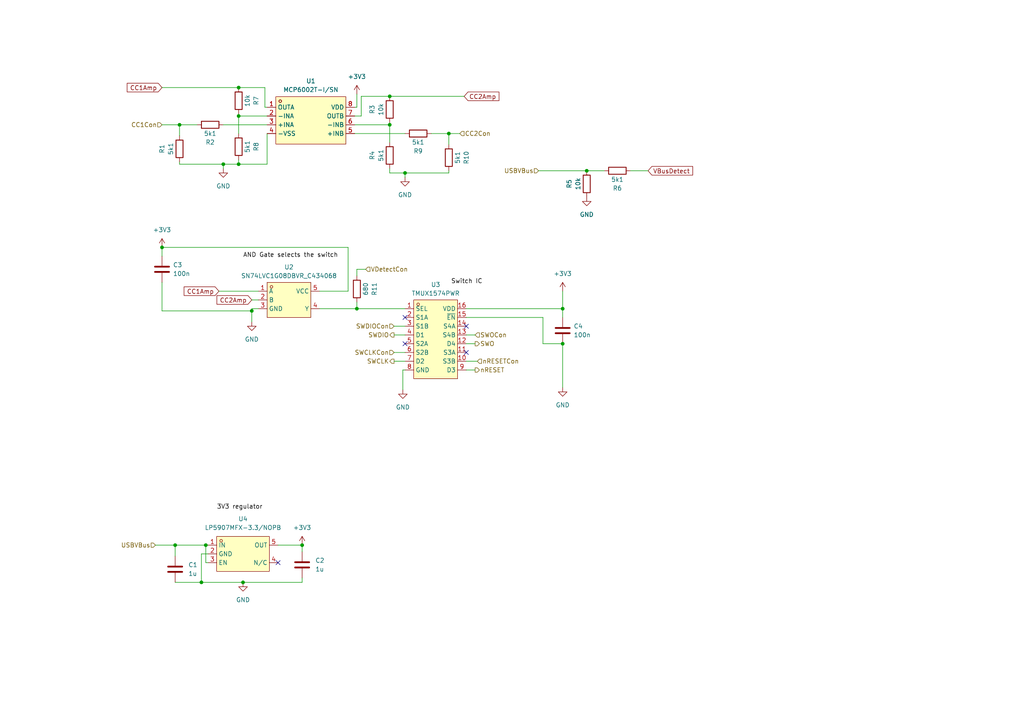
<source format=kicad_sch>
(kicad_sch (version 20230121) (generator eeschema)
  (paper "A4")
  (lib_symbols
    (symbol "Device:C" (pin_numbers hide) (pin_names (offset 0.254))
      (property "Reference" "C" (at 0.635 2.54 0))
      (property "Value" "C" (at 0.635 -2.54 0))
      (symbol "C_0_1"
        (polyline (pts (xy -2.032 -0.762) (xy 2.032 -0.762)) (stroke (width 0.508)))
        (polyline (pts (xy -2.032 0.762) (xy 2.032 0.762)) (stroke (width 0.508)))
      )
      (symbol "C_1_1"
        (pin passive line (at 0 3.81 270) (length 2.794) (name "~") (number "1"))
        (pin passive line (at 0 -3.81 90) (length 2.794) (name "~") (number "2"))
      )
    )
    (symbol "Device:R" (pin_numbers hide) (pin_names (offset 0))
      (property "Reference" "R" (at 2.032 0 90))
      (property "Value" "R" (at 0 0 90))
      (symbol "R_0_1"
        (rectangle (start -1.016 -2.54) (end 1.016 2.54) (stroke (width 0.254)))
      )
      (symbol "R_1_1"
        (pin passive line (at 0 3.81 270) (length 1.27) (name "~") (number "1"))
        (pin passive line (at 0 -3.81 90) (length 1.27) (name "~") (number "2"))
      )
    )
    (symbol "easyeda2kicad:LP5907MFX-3.3_NOPB"
      (property "Reference" "U" (at 0 7.62 0))
      (property "Value" "LP5907MFX-3.3/NOPB" (at 0 -7.62 0))
      (symbol "LP5907MFX-3.3_NOPB_0_1"
        (rectangle (start -7.62 5.08) (end 7.62 -5.08) (fill (type background)))
        (circle (center -6.35 3.81) (radius 0.38))
        (pin unspecified line (at -10.16 2.54 0) (length 2.54) (name "IN") (number "1"))
        (pin unspecified line (at -10.16 0 0) (length 2.54) (name "GND") (number "2"))
        (pin unspecified line (at -10.16 -2.54 0) (length 2.54) (name "EN") (number "3"))
        (pin unspecified line (at 10.16 -2.54 180) (length 2.54) (name "N/C") (number "4"))
        (pin unspecified line (at 10.16 2.54 180) (length 2.54) (name "OUT") (number "5"))
      )
    )
    (symbol "easyeda2kicad:MCP6002T-I_SN"
      (property "Reference" "U" (at 0 8.89 0))
      (property "Value" "MCP6002T-I/SN" (at 0 -8.89 0))
      (symbol "MCP6002T-I_SN_0_1"
        (rectangle (start -10.16 6.86) (end 10.16 -6.86) (fill (type background)))
        (circle (center -8.89 5.59) (radius 0.38))
        (circle (center -8.89 5.59) (radius 0.38))
        (pin unspecified line (at -12.7 3.81 0) (length 2.54) (name "OUTA") (number "1"))
        (pin unspecified line (at -12.7 1.27 0) (length 2.54) (name "-INA") (number "2"))
        (pin unspecified line (at -12.7 -1.27 0) (length 2.54) (name "+INA") (number "3"))
        (pin unspecified line (at -12.7 -3.81 0) (length 2.54) (name "-VSS") (number "4"))
        (pin unspecified line (at 12.7 -3.81 180) (length 2.54) (name "+INB") (number "5"))
        (pin unspecified line (at 12.7 -1.27 180) (length 2.54) (name "-INB") (number "6"))
        (pin unspecified line (at 12.7 1.27 180) (length 2.54) (name "OUTB") (number "7"))
        (pin unspecified line (at 12.7 3.81 180) (length 2.54) (name "VDD") (number "8"))
      )
    )
    (symbol "easyeda2kicad:SN74LVC1G08DBVR_C434068"
      (property "Reference" "U" (at 0 7.62 0))
      (property "Value" "SN74LVC1G08DBVR_C434068" (at 0 -7.62 0))
      (symbol "SN74LVC1G08DBVR_C434068_0_1"
        (rectangle (start -6.35 5.08) (end 6.35 -5.08) (fill (type background)))
        (circle (center -5.08 3.81) (radius 0.38))
        (pin unspecified line (at -8.89 2.54 0) (length 2.54) (name "A") (number "1"))
        (pin unspecified line (at -8.89 0 0) (length 2.54) (name "B") (number "2"))
        (pin unspecified line (at -8.89 -2.54 0) (length 2.54) (name "GND") (number "3"))
        (pin unspecified line (at 8.89 -2.54 180) (length 2.54) (name "Y") (number "4"))
        (pin unspecified line (at 8.89 2.54 180) (length 2.54) (name "VCC") (number "5"))
      )
    )
    (symbol "easyeda2kicad:TMUX1574PWR"
      (property "Reference" "U" (at 0 13.97 0))
      (property "Value" "TMUX1574PWR" (at 0 -13.97 0))
      (symbol "TMUX1574PWR_0_1"
        (rectangle (start -6.35 11.43) (end 6.35 -11.43) (fill (type background)))
        (circle (center -5.08 10.16) (radius 0.38))
        (pin unspecified line (at -8.89 8.89 0) (length 2.54) (name "SEL") (number "1"))
        (pin unspecified line (at 8.89 -6.35 180) (length 2.54) (name "S3B") (number "10"))
        (pin unspecified line (at 8.89 -3.81 180) (length 2.54) (name "S3A") (number "11"))
        (pin unspecified line (at 8.89 -1.27 180) (length 2.54) (name "D4") (number "12"))
        (pin unspecified line (at 8.89 1.27 180) (length 2.54) (name "S4B") (number "13"))
        (pin unspecified line (at 8.89 3.81 180) (length 2.54) (name "S4A") (number "14"))
        (pin unspecified line (at 8.89 6.35 180) (length 2.54) (name "~{EN}") (number "15"))
        (pin unspecified line (at 8.89 8.89 180) (length 2.54) (name "VDD") (number "16"))
        (pin unspecified line (at -8.89 6.35 0) (length 2.54) (name "S1A") (number "2"))
        (pin unspecified line (at -8.89 3.81 0) (length 2.54) (name "S1B") (number "3"))
        (pin unspecified line (at -8.89 1.27 0) (length 2.54) (name "D1") (number "4"))
        (pin unspecified line (at -8.89 -1.27 0) (length 2.54) (name "S2A") (number "5"))
        (pin unspecified line (at -8.89 -3.81 0) (length 2.54) (name "S2B") (number "6"))
        (pin unspecified line (at -8.89 -6.35 0) (length 2.54) (name "D2") (number "7"))
        (pin unspecified line (at -8.89 -8.89 0) (length 2.54) (name "GND") (number "8"))
        (pin unspecified line (at 8.89 -8.89 180) (length 2.54) (name "D3") (number "9"))
      )
    )
    (symbol "power:+3V3" (power) (pin_names (offset 0))
      (property "Value" "+3V3" (at 0 3.556 0))
      (symbol "+3V3_0_1"
        (polyline (pts (xy -0.762 1.27) (xy 0 2.54)))
        (polyline (pts (xy 0 0) (xy 0 2.54)))
        (polyline (pts (xy 0 2.54) (xy 0.762 1.27)))
      )
      (symbol "+3V3_1_1"
        (pin power_in line (at 0 0 90) (length 0) hide (name "+3V3") (number "1"))
      )
    )
    (symbol "power:GND" (power) (pin_names (offset 0))
      (property "Value" "GND" (at 0 -3.81 0))
      (symbol "GND_0_1"
        (polyline (pts (xy 0 0) (xy 0 -1.27) (xy 1.27 -1.27) (xy 0 -2.54) (xy -1.27 -1.27) (xy 0 -1.27)))
      )
      (symbol "GND_1_1"
        (pin power_in line (at 0 0 270) (length 0) hide (name "GND") (number "1"))
      )
    )
  )
  (junction (at 52.07 36.195))
  (junction (at 73.025 90.17))
  (junction (at 59.69 158.115))
  (junction (at 64.77 47.625))
  (junction (at 58.42 168.91))
  (junction (at 113.03 36.195))
  (junction (at 69.215 25.4))
  (junction (at 113.03 27.94))
  (junction (at 46.99 71.755))
  (junction (at 163.195 99.695))
  (junction (at 69.215 47.625))
  (junction (at 130.175 38.735))
  (junction (at 163.195 89.535))
  (junction (at 170.18 49.53))
  (junction (at 69.215 33.655))
  (junction (at 117.475 50.165))
  (junction (at 70.485 168.91))
  (junction (at 87.63 158.115))
  (junction (at 103.505 89.535))
  (junction (at 50.8 158.115))
  (no_connect (at 117.475 92.075))
  (no_connect (at 135.255 94.615))
  (no_connect (at 135.255 102.235))
  (no_connect (at 80.645 163.195))
  (no_connect (at 117.475 99.695))
  (wire (pts (xy 157.48 92.075) (xy 157.48 99.695)))
  (wire (pts (xy 135.255 92.075) (xy 157.48 92.075)))
  (wire (pts (xy 130.175 50.165) (xy 130.175 49.53)))
  (wire (pts (xy 58.42 160.655) (xy 58.42 168.91)))
  (wire (pts (xy 77.47 47.625) (xy 69.215 47.625)))
  (wire (pts (xy 103.505 89.535) (xy 92.71 89.535)))
  (wire (pts (xy 76.835 31.115) (xy 77.47 31.115)))
  (wire (pts (xy 103.505 80.01) (xy 103.505 78.105)))
  (wire (pts (xy 46.99 81.915) (xy 46.99 90.17)))
  (wire (pts (xy 104.775 33.655) (xy 102.87 33.655)))
  (wire (pts (xy 73.025 86.995) (xy 74.93 86.995)))
  (wire (pts (xy 100.965 71.755) (xy 46.99 71.755)))
  (wire (pts (xy 64.77 47.625) (xy 52.07 47.625)))
  (wire (pts (xy 114.3 104.775) (xy 117.475 104.775)))
  (wire (pts (xy 50.8 158.115) (xy 59.69 158.115)))
  (wire (pts (xy 103.505 31.115) (xy 102.87 31.115)))
  (wire (pts (xy 117.475 51.435) (xy 117.475 50.165)))
  (wire (pts (xy 114.3 94.615) (xy 117.475 94.615)))
  (wire (pts (xy 100.965 71.755) (xy 100.965 84.455)))
  (wire (pts (xy 70.485 168.91) (xy 87.63 168.91)))
  (wire (pts (xy 117.475 107.315) (xy 116.84 107.315)))
  (wire (pts (xy 87.63 158.115) (xy 80.645 158.115)))
  (wire (pts (xy 117.475 89.535) (xy 103.505 89.535)))
  (wire (pts (xy 45.085 158.115) (xy 50.8 158.115)))
  (wire (pts (xy 113.03 50.165) (xy 117.475 50.165)))
  (wire (pts (xy 113.03 35.56) (xy 113.03 36.195)))
  (wire (pts (xy 69.215 33.655) (xy 77.47 33.655)))
  (wire (pts (xy 103.505 78.105) (xy 106.045 78.105)))
  (wire (pts (xy 73.025 90.17) (xy 73.025 89.535)))
  (wire (pts (xy 46.99 90.17) (xy 73.025 90.17)))
  (wire (pts (xy 157.48 99.695) (xy 163.195 99.695)))
  (wire (pts (xy 64.77 48.895) (xy 64.77 47.625)))
  (wire (pts (xy 77.47 36.195) (xy 64.77 36.195)))
  (wire (pts (xy 113.03 36.195) (xy 102.87 36.195)))
  (wire (pts (xy 104.775 27.94) (xy 104.775 33.655)))
  (wire (pts (xy 100.965 84.455) (xy 92.71 84.455)))
  (wire (pts (xy 113.03 48.895) (xy 113.03 50.165)))
  (wire (pts (xy 102.87 38.735) (xy 117.475 38.735)))
  (wire (pts (xy 69.215 25.4) (xy 76.835 25.4)))
  (wire (pts (xy 116.84 107.315) (xy 116.84 113.03)))
  (wire (pts (xy 77.47 38.735) (xy 77.47 47.625)))
  (wire (pts (xy 135.255 107.315) (xy 137.795 107.315)))
  (wire (pts (xy 187.96 49.53) (xy 182.88 49.53)))
  (wire (pts (xy 130.175 41.91) (xy 130.175 38.735)))
  (wire (pts (xy 60.325 160.655) (xy 58.42 160.655)))
  (wire (pts (xy 52.07 36.195) (xy 57.15 36.195)))
  (wire (pts (xy 73.025 93.345) (xy 73.025 90.17)))
  (wire (pts (xy 69.215 47.625) (xy 64.77 47.625)))
  (wire (pts (xy 46.99 71.755) (xy 46.99 74.295)))
  (wire (pts (xy 52.07 47.625) (xy 52.07 46.99)))
  (wire (pts (xy 156.21 49.53) (xy 170.18 49.53)))
  (wire (pts (xy 135.255 89.535) (xy 163.195 89.535)))
  (wire (pts (xy 46.99 25.4) (xy 69.215 25.4)))
  (wire (pts (xy 163.195 99.695) (xy 163.195 112.395)))
  (wire (pts (xy 163.195 89.535) (xy 163.195 92.075)))
  (wire (pts (xy 170.18 49.53) (xy 175.26 49.53)))
  (wire (pts (xy 69.215 33.02) (xy 69.215 33.655)))
  (wire (pts (xy 58.42 168.91) (xy 70.485 168.91)))
  (wire (pts (xy 50.8 158.115) (xy 50.8 161.29)))
  (wire (pts (xy 133.35 38.735) (xy 130.175 38.735)))
  (wire (pts (xy 130.175 38.735) (xy 125.095 38.735)))
  (wire (pts (xy 114.3 102.235) (xy 117.475 102.235)))
  (wire (pts (xy 63.5 84.455) (xy 74.93 84.455)))
  (wire (pts (xy 76.835 25.4) (xy 76.835 31.115)))
  (wire (pts (xy 135.255 104.775) (xy 138.43 104.775)))
  (wire (pts (xy 135.255 99.695) (xy 137.795 99.695)))
  (wire (pts (xy 69.215 38.735) (xy 69.215 33.655)))
  (wire (pts (xy 60.325 163.195) (xy 59.69 163.195)))
  (wire (pts (xy 114.3 97.155) (xy 117.475 97.155)))
  (wire (pts (xy 103.505 87.63) (xy 103.505 89.535)))
  (wire (pts (xy 87.63 167.64) (xy 87.63 168.91)))
  (wire (pts (xy 59.69 158.115) (xy 60.325 158.115)))
  (wire (pts (xy 69.215 46.355) (xy 69.215 47.625)))
  (wire (pts (xy 134.62 27.94) (xy 113.03 27.94)))
  (wire (pts (xy 87.63 158.115) (xy 87.63 160.02)))
  (wire (pts (xy 52.07 39.37) (xy 52.07 36.195)))
  (wire (pts (xy 46.99 36.195) (xy 52.07 36.195)))
  (wire (pts (xy 58.42 168.91) (xy 50.8 168.91)))
  (wire (pts (xy 113.03 27.94) (xy 104.775 27.94)))
  (wire (pts (xy 163.195 84.455) (xy 163.195 89.535)))
  (wire (pts (xy 117.475 50.165) (xy 130.175 50.165)))
  (wire (pts (xy 113.03 41.275) (xy 113.03 36.195)))
  (wire (pts (xy 135.255 97.155) (xy 137.795 97.155)))
  (wire (pts (xy 73.025 89.535) (xy 74.93 89.535)))
  (wire (pts (xy 103.505 27.305) (xy 103.505 31.115)))
  (wire (pts (xy 59.69 163.195) (xy 59.69 158.115)))
  (label "AND Gate selects the switch" (at 70.485 74.93 0))
  (label "3V3 regulator" (at 62.865 147.955 0))
  (label "Switch IC" (at 130.81 82.55 0))
  (global_label "CC2Amp" (shape input) (at 73.025 86.995 180) (property "Intersheetrefs" "${INTERSHEET_REFS}" (effects hide)))
  (global_label "CC1Amp" (shape input) (at 63.5 84.455 180) (property "Intersheetrefs" "${INTERSHEET_REFS}" (effects hide)))
  (global_label "CC2Amp" (shape input) (at 134.62 27.94 0) (property "Intersheetrefs" "${INTERSHEET_REFS}" (effects hide)))
  (global_label "CC1Amp" (shape input) (at 46.99 25.4 180) (property "Intersheetrefs" "${INTERSHEET_REFS}" (effects hide)))
  (global_label "VBusDetect" (shape input) (at 187.96 49.53 0) (property "Intersheetrefs" "${INTERSHEET_REFS}" (effects hide)))
  (hierarchical_label "USBVBus" (shape input) (at 156.21 49.53 180))
  (hierarchical_label "SWO" (shape output) (at 137.795 99.695 0))
  (hierarchical_label "SWDIOCon" (shape input) (at 114.3 94.615 180))
  (hierarchical_label "VDetectCon" (shape input) (at 106.045 78.105 0))
  (hierarchical_label "CC2Con" (shape input) (at 133.35 38.735 0))
  (hierarchical_label "USBVBus" (shape input) (at 45.085 158.115 180))
  (hierarchical_label "nRESET" (shape output) (at 137.795 107.315 0))
  (hierarchical_label "nRESETCon" (shape input) (at 138.43 104.775 0))
  (hierarchical_label "SWCLKCon" (shape input) (at 114.3 102.235 180))
  (hierarchical_label "SWDIO" (shape output) (at 114.3 97.155 180))
  (hierarchical_label "CC1Con" (shape input) (at 46.99 36.195 180))
  (hierarchical_label "SWOCon" (shape input) (at 137.795 97.155 0))
  (hierarchical_label "SWCLK" (shape output) (at 114.3 104.775 180))
  (symbol (lib_id "power:+3V3") (at 46.99 71.755 0) (unit 1)
    (property "Reference" "#PWR012" (effects hide))
    (property "Value" "+3V3" (at 46.99 66.675 0))
  )
  (symbol (lib_id "power:+3V3") (at 163.195 84.455 0) (unit 1)
    (property "Reference" "#PWR011" (effects hide))
    (property "Value" "+3V3" (at 163.195 79.375 0))
  )
  (symbol (lib_id "easyeda2kicad:SN74LVC1G08DBVR_C434068") (at 83.82 86.995 0) (unit 1)
    (property "Reference" "U2" (at 83.82 77.47 0))
    (property "Value" "SN74LVC1G08DBVR_C434068" (at 83.82 80.01 0))
    (property "Footprint" "easyeda2kicad:TSOT-23-5_L2.9-W1.6-P0.95-LS2.8-BR" (effects hide))
    (property "Datasheet" "https://lcsc.com/product-detail/Gates-and-Inverters_Youtai-Semiconductor-Co-Ltd-SN74LVC1G08DBVR_C434068.html" (effects hide))
    (property "LCSC Part" "C434068" (effects hide))
  )
  (symbol (lib_id "power:GND") (at 64.77 48.895 0) (unit 1)
    (property "Reference" "#PWR04" (effects hide))
    (property "Value" "GND" (at 64.77 53.975 0))
  )
  (symbol (lib_id "Device:R") (at 113.03 45.085 0) (mirror y) (unit 1)
    (property "Reference" "R4" (at 107.95 45.085 90))
    (property "Value" "5k1" (at 110.49 45.085 90))
    (property "Footprint" "Resistor_SMD:R_0402_1005Metric_Pad0.72x0.64mm_HandSolder" (effects hide))
    (instances (project "Dock" (path "" (reference "R4") (unit 1))) (project "BLEEarrings" (path "" (reference "R5") (unit 1)) (path "" (reference "R3") (unit 1))))
  )
  (symbol (lib_id "Device:R") (at 60.96 36.195 270) (unit 1)
    (property "Reference" "R2" (at 60.96 41.275 90))
    (property "Value" "5k1" (at 60.96 38.735 90))
    (property "Footprint" "Resistor_SMD:R_0402_1005Metric_Pad0.72x0.64mm_HandSolder" (effects hide))
    (instances (project "Dock" (path "" (reference "R2") (unit 1))) (project "BLEEarrings" (path "" (reference "R5") (unit 1)) (path "" (reference "R3") (unit 1))))
  )
  (symbol (lib_id "Device:R") (at 170.18 53.34 180) (unit 1)
    (property "Reference" "R5" (at 165.1 53.34 90))
    (property "Value" "10k" (at 167.64 53.34 90))
    (property "Footprint" "Resistor_SMD:R_0402_1005Metric_Pad0.72x0.64mm_HandSolder" (effects hide))
    (instances (project "Dock" (path "" (reference "R5") (unit 1))) (project "BLEEarrings" (path "" (reference "R5") (unit 1)) (path "" (reference "R3") (unit 1))))
  )
  (symbol (lib_id "power:+3V3") (at 87.63 158.115 0) (unit 1)
    (property "Reference" "#PWR09" (effects hide))
    (property "Value" "+3V3" (at 87.63 153.035 0))
  )
  (symbol (lib_id "Device:R") (at 130.175 45.72 0) (mirror x) (unit 1)
    (property "Reference" "R10" (at 135.255 45.72 90))
    (property "Value" "5k1" (at 132.715 45.72 90))
    (property "Footprint" "Resistor_SMD:R_0402_1005Metric_Pad0.72x0.64mm_HandSolder" (effects hide))
    (instances (project "Dock" (path "" (reference "R10") (unit 1))) (project "BLEEarrings" (path "" (reference "R5") (unit 1)) (path "" (reference "R3") (unit 1))))
  )
  (symbol (lib_id "easyeda2kicad:LP5907MFX-3.3_NOPB") (at 70.485 160.655 0) (unit 1)
    (property "Reference" "U4" (at 70.485 150.495 0))
    (property "Value" "LP5907MFX-3.3/NOPB" (at 70.485 153.035 0))
    (property "Footprint" "Package_TO_SOT_SMD:SOT-23-5" (effects hide))
    (property "Datasheet" "https://lcsc.com/product-detail/Linear-Voltage-Regulators_TI_LP5907MFX-3-3-NOPB_LP5907MFX-3-3-NOPB_C80670.html" (effects hide))
    (property "LCSC Part" "C80670" (effects hide))
  )
  (symbol (lib_id "Device:C") (at 87.63 163.83 0) (unit 1)
    (property "Reference" "C2" (at 91.44 162.56 0) (effects (justify left)))
    (property "Value" "1u" (at 91.44 165.1 0) (effects (justify left)))
    (property "Footprint" "Capacitor_SMD:C_0402_1005Metric_Pad0.74x0.62mm_HandSolder" (effects hide))
    (instances (project "Dock" (path "" (reference "C2") (unit 1))) (project "BLEEarrings" (path "" (reference "C3") (unit 1)) (path "" (reference "C19") (unit 1))))
  )
  (symbol (lib_id "Device:R") (at 103.505 83.82 0) (unit 1)
    (property "Reference" "R11" (at 108.585 83.82 90))
    (property "Value" "680" (at 106.045 83.82 90))
    (property "Footprint" "Resistor_SMD:R_0402_1005Metric_Pad0.72x0.64mm_HandSolder" (effects hide))
    (instances (project "Dock" (path "" (reference "R11") (unit 1))) (project "BLEEarrings" (path "" (reference "R5") (unit 1)) (path "" (reference "R3") (unit 1))))
  )
  (symbol (lib_id "power:GND") (at 170.18 57.15 0) (unit 1)
    (property "Reference" "#PWR06" (effects hide))
    (property "Value" "GND" (at 170.18 62.23 0))
  )
  (symbol (lib_id "power:GND") (at 163.195 112.395 0) (unit 1)
    (property "Reference" "#PWR014" (effects hide))
    (property "Value" "GND" (at 163.195 117.475 0))
  )
  (symbol (lib_id "Device:C") (at 163.195 95.885 0) (unit 1)
    (property "Reference" "C4" (at 166.37 94.615 0) (effects (justify left)))
    (property "Value" "100n" (at 166.37 97.155 0) (effects (justify left)))
    (property "Footprint" "Capacitor_SMD:C_0402_1005Metric_Pad0.74x0.62mm_HandSolder" (effects hide))
    (instances (project "Dock" (path "" (reference "C4") (unit 1))) (project "BLEEarrings" (path "" (reference "C1") (unit 1)) (path "" (reference "C13") (unit 1))))
  )
  (symbol (lib_id "Device:R") (at 52.07 43.18 180) (unit 1)
    (property "Reference" "R1" (at 46.99 43.18 90))
    (property "Value" "5k1" (at 49.53 43.18 90))
    (property "Footprint" "Resistor_SMD:R_0402_1005Metric_Pad0.72x0.64mm_HandSolder" (effects hide))
    (instances (project "Dock" (path "" (reference "R1") (unit 1))) (project "BLEEarrings" (path "" (reference "R5") (unit 1)) (path "" (reference "R3") (unit 1))))
  )
  (symbol (lib_id "Device:C") (at 46.99 78.105 0) (unit 1)
    (property "Reference" "C3" (at 50.165 76.835 0) (effects (justify left)))
    (property "Value" "100n" (at 50.165 79.375 0) (effects (justify left)))
    (property "Footprint" "Capacitor_SMD:C_0402_1005Metric_Pad0.74x0.62mm_HandSolder" (effects hide))
    (instances (project "Dock" (path "" (reference "C3") (unit 1))) (project "BLEEarrings" (path "" (reference "C1") (unit 1)) (path "" (reference "C13") (unit 1))))
  )
  (symbol (lib_id "power:GND") (at 73.025 93.345 0) (unit 1)
    (property "Reference" "#PWR08" (effects hide))
    (property "Value" "GND" (at 73.025 98.425 0))
  )
  (symbol (lib_id "Device:C") (at 50.8 165.1 0) (unit 1)
    (property "Reference" "C1" (at 54.61 163.83 0) (effects (justify left)))
    (property "Value" "1u" (at 54.61 166.37 0) (effects (justify left)))
    (property "Footprint" "Capacitor_SMD:C_0402_1005Metric_Pad0.74x0.62mm_HandSolder" (effects hide))
    (instances (project "Dock" (path "" (reference "C1") (unit 1))) (project "BLEEarrings" (path "" (reference "C3") (unit 1)) (path "" (reference "C19") (unit 1))))
  )
  (symbol (lib_id "Device:R") (at 69.215 42.545 0) (unit 1)
    (property "Reference" "R8" (at 74.295 42.545 90))
    (property "Value" "5k1" (at 71.755 42.545 90))
    (property "Footprint" "Resistor_SMD:R_0402_1005Metric_Pad0.72x0.64mm_HandSolder" (effects hide))
    (instances (project "Dock" (path "" (reference "R8") (unit 1))) (project "BLEEarrings" (path "" (reference "R5") (unit 1)) (path "" (reference "R3") (unit 1))))
  )
  (symbol (lib_id "power:GND") (at 117.475 51.435 0) (mirror y) (unit 1)
    (property "Reference" "#PWR05" (effects hide))
    (property "Value" "GND" (at 117.475 56.515 0))
  )
  (symbol (lib_id "Device:R") (at 179.07 49.53 270) (unit 1)
    (property "Reference" "R6" (at 179.07 54.61 90))
    (property "Value" "5k1" (at 179.07 52.07 90))
    (property "Footprint" "Resistor_SMD:R_0402_1005Metric_Pad0.72x0.64mm_HandSolder" (effects hide))
    (instances (project "Dock" (path "" (reference "R6") (unit 1))) (project "BLEEarrings" (path "" (reference "R5") (unit 1)) (path "" (reference "R3") (unit 1))))
  )
  (symbol (lib_id "Device:R") (at 69.215 29.21 0) (unit 1)
    (property "Reference" "R7" (at 74.295 29.21 90))
    (property "Value" "10k" (at 71.755 29.21 90))
    (property "Footprint" "Resistor_SMD:R_0402_1005Metric_Pad0.72x0.64mm_HandSolder" (effects hide))
    (instances (project "Dock" (path "" (reference "R7") (unit 1))) (project "BLEEarrings" (path "" (reference "R5") (unit 1)) (path "" (reference "R3") (unit 1))))
  )
  (symbol (lib_id "easyeda2kicad:MCP6002T-I_SN") (at 90.17 34.925 0) (unit 1)
    (property "Reference" "U1" (at 90.17 23.495 0))
    (property "Value" "MCP6002T-I/SN" (at 90.17 26.035 0))
    (property "Footprint" "easyeda2kicad:SOIC-8_L4.9-W3.9-P1.27-LS6.0-BL" (effects hide))
    (property "Datasheet" "https://lcsc.com/product-detail/Low-Power-OpAmps_MICROCHIP_MCP6002T-I-SN_MCP6002T-I-SN_C7377.html" (effects hide))
    (property "LCSC Part" "C7377" (effects hide))
  )
  (symbol (lib_id "Device:R") (at 121.285 38.735 90) (mirror x) (unit 1)
    (property "Reference" "R9" (at 121.285 43.815 90))
    (property "Value" "5k1" (at 121.285 41.275 90))
    (property "Footprint" "Resistor_SMD:R_0402_1005Metric_Pad0.72x0.64mm_HandSolder" (effects hide))
    (instances (project "Dock" (path "" (reference "R9") (unit 1))) (project "BLEEarrings" (path "" (reference "R5") (unit 1)) (path "" (reference "R3") (unit 1))))
  )
  (symbol (lib_id "power:GND") (at 70.485 168.91 0) (unit 1)
    (property "Reference" "#PWR010" (effects hide))
    (property "Value" "GND" (at 70.485 173.99 0))
  )
  (symbol (lib_id "power:GND") (at 116.84 113.03 0) (unit 1)
    (property "Reference" "#PWR015" (effects hide))
    (property "Value" "GND" (at 116.84 118.11 0))
  )
  (symbol (lib_id "Device:R") (at 113.03 31.75 0) (mirror y) (unit 1)
    (property "Reference" "R3" (at 107.95 31.75 90))
    (property "Value" "10k" (at 110.49 31.75 90))
    (property "Footprint" "Resistor_SMD:R_0402_1005Metric_Pad0.72x0.64mm_HandSolder" (effects hide))
    (instances (project "Dock" (path "" (reference "R3") (unit 1))) (project "BLEEarrings" (path "" (reference "R5") (unit 1)) (path "" (reference "R3") (unit 1))))
  )
  (symbol (lib_id "power:+3V3") (at 103.505 27.305 0) (unit 1)
    (property "Reference" "#PWR013" (effects hide))
    (property "Value" "+3V3" (at 103.505 22.225 0))
  )
  (symbol (lib_id "easyeda2kicad:TMUX1574PWR") (at 126.365 98.425 0) (unit 1)
    (property "Reference" "U3" (at 126.365 82.55 0))
    (property "Value" "TMUX1574PWR" (at 126.365 85.09 0))
    (property "Footprint" "easyeda2kicad:TSSOP-16_L5.0-W4.4-P0.65-LS6.4-BL" (effects hide))
    (property "LCSC Part" "C2673443" (effects hide))
  )
)
</source>
